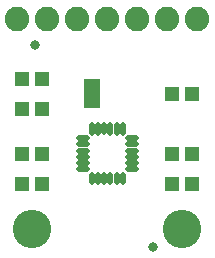
<source format=gbr>
G04 EAGLE Gerber RS-274X export*
G75*
%MOMM*%
%FSLAX34Y34*%
%LPD*%
%INSoldermask Top*%
%IPPOS*%
%AMOC8*
5,1,8,0,0,1.08239X$1,22.5*%
G01*
%ADD10R,1.303200X1.203200*%
%ADD11C,2.082800*%
%ADD12R,1.473200X0.838200*%
%ADD13C,0.482600*%
%ADD14C,0.838200*%
%ADD15C,3.251200*%


D10*
X143900Y63500D03*
X160900Y63500D03*
X33900Y63500D03*
X16900Y63500D03*
X33900Y88900D03*
X16900Y88900D03*
X33900Y127000D03*
X16900Y127000D03*
X143900Y139700D03*
X160900Y139700D03*
X143900Y88900D03*
X160900Y88900D03*
D11*
X12700Y203200D03*
X38100Y203200D03*
X63500Y203200D03*
X88900Y203200D03*
X114300Y203200D03*
X139700Y203200D03*
X165100Y203200D03*
D12*
X76200Y147828D03*
X76200Y139700D03*
X76200Y131572D03*
D13*
X101908Y112710D02*
X101908Y106614D01*
X96654Y106614D02*
X96654Y112710D01*
X91400Y112710D02*
X91400Y106614D01*
X86400Y106868D02*
X86400Y112964D01*
X81146Y112710D02*
X81146Y106614D01*
X75892Y106614D02*
X75892Y112710D01*
X71186Y101908D02*
X65090Y101908D01*
X65090Y96654D02*
X71186Y96654D01*
X71186Y91400D02*
X65090Y91400D01*
X65090Y86400D02*
X71186Y86400D01*
X71186Y81146D02*
X65090Y81146D01*
X65090Y75892D02*
X71186Y75892D01*
X75892Y71186D02*
X75892Y65090D01*
X81146Y65090D02*
X81146Y71186D01*
X86400Y71186D02*
X86400Y65090D01*
X91400Y65090D02*
X91400Y71186D01*
X96654Y71186D02*
X96654Y65090D01*
X101908Y65090D02*
X101908Y71186D01*
X106614Y75892D02*
X112710Y75892D01*
X112710Y81146D02*
X106614Y81146D01*
X106614Y86400D02*
X112710Y86400D01*
X112710Y91400D02*
X106614Y91400D01*
X106614Y96654D02*
X112710Y96654D01*
X112710Y101908D02*
X106614Y101908D01*
D14*
X27178Y180594D03*
X127254Y9906D03*
D15*
X152400Y25400D03*
X25400Y25400D03*
D10*
X33900Y152400D03*
X16900Y152400D03*
M02*

</source>
